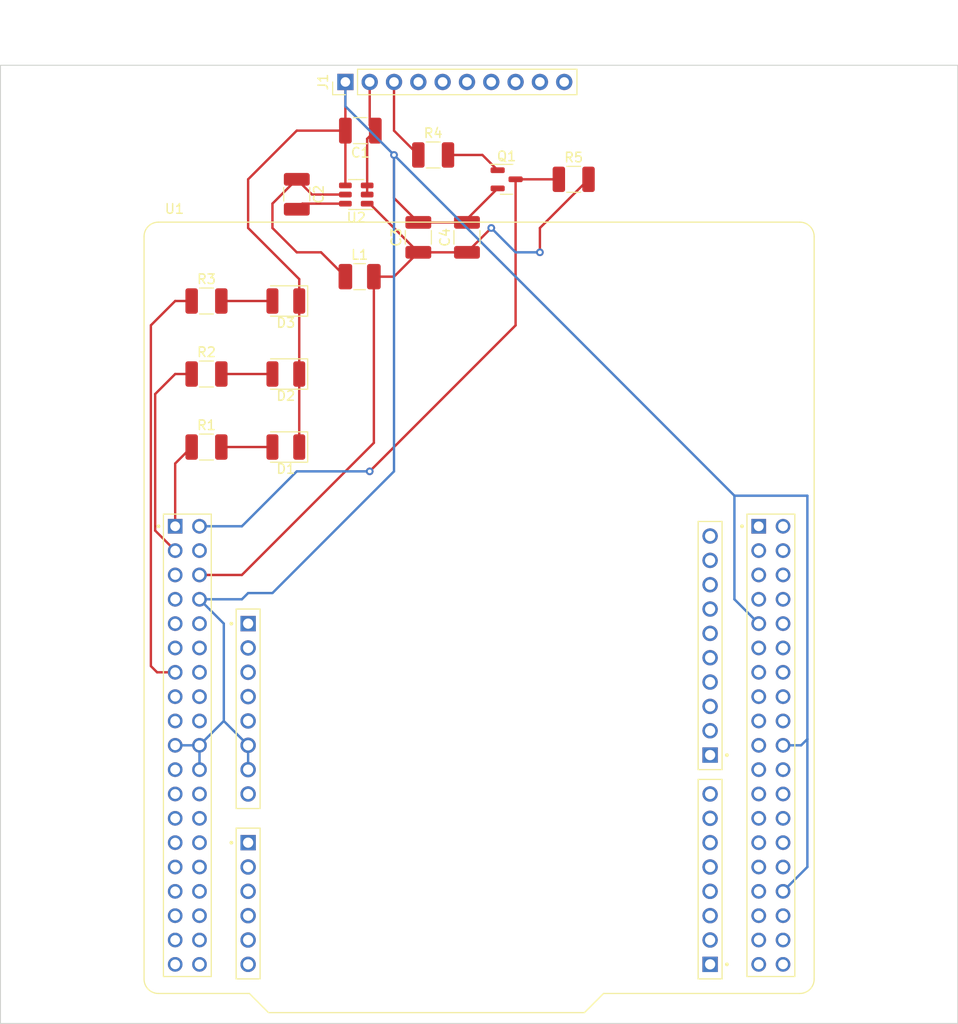
<source format=kicad_pcb>
(kicad_pcb (version 20221018) (generator pcbnew)
  (layers (0 "F.Cu" signal) (31 "B.Cu" signal) (34 "B.Paste" user) (35 "F.Paste" user) (36 "B.SilkS" user "B.Silkscreen") (37 "F.SilkS" user "F.Silkscreen") (38 "B.Mask" user) (39 "F.Mask" user) (44 "Edge.Cuts" user))
  (net 0 "")
  (net 1 "GND")
  (net 2 "Net-(D1-A)")
  (net 3 "Net-(D2-A)")
  (net 4 "Net-(D3-A)")
  (net 5 "Net-(Q1-G)")
  (net 6 "LED1")
  (net 7 "LED2")
  (net 8 "LED3")
  (net 95 "VATTEN1_GPIO")
  (net 96 "12V_IN")
  (net 97 "Net-(U2-SW)")
  (net 98 "Net-(U2-BST)")
  (net 99 "E5V")
  (net 100 "VATTEN1_INPUT(12V)")
  (footprint "Resistor_SMD:R_1210_3225Metric_Pad1.30x2.65mm_HandSolder" (layer "F.Cu") (at 84.55 68.58)
    (fp_text reference "R3" (at 0 -2.28) (layer "F.SilkS"))
    (fp_text value "R")
    (fp_line (start -0.723737 -1.355) (end 0.723737 -1.355) (stroke (width 0.12)) (layer "F.SilkS"))
    (fp_line (start -0.723737 1.355) (end 0.723737 1.355) (stroke (width 0.12)) (layer "F.SilkS"))
    (pad "1" smd roundrect (at -1.55 0) (size 1.3 2.65) (layers "F.Cu" "F.Paste" "F.Mask") (roundrect_rratio 0.192308) (net 8 "LED3"))
    (pad "2" smd roundrect (at 1.55 0) (size 1.3 2.65) (layers "F.Cu" "F.Paste" "F.Mask") (roundrect_rratio 0.192308) (net 4 "Net-(D3-A)"))
  )
  (footprint "Package_TO_SOT_SMD:TSOT-23-6" (layer "F.Cu") (at 100.1975 57.47 180)
    (fp_text reference "U2" (at 0 -2.4) (layer "F.SilkS"))
    (fp_text value "AP63205WU")
    (fp_line (start 0 -1.56) (end -1.8 -1.56) (stroke (width 0.12)) (layer "F.SilkS"))
    (fp_line (start 0 -1.56) (end 0.8 -1.56) (stroke (width 0.12)) (layer "F.SilkS"))
    (fp_line (start 0 1.56) (end -0.8 1.56) (stroke (width 0.12)) (layer "F.SilkS"))
    (fp_line (start 0 1.56) (end 0.8 1.56) (stroke (width 0.12)) (layer "F.SilkS"))
    (pad "1" smd roundrect (at -1.1375 -0.95 180) (size 1.325 0.6) (layers "F.Cu" "F.Paste" "F.Mask") (net 99 "E5V"))
    (pad "2" smd roundrect (at -1.1375 0 180) (size 1.325 0.6) (layers "F.Cu" "F.Paste" "F.Mask") (net 96 "12V_IN"))
    (pad "3" smd roundrect (at -1.1375 0.95 180) (size 1.325 0.6) (layers "F.Cu" "F.Paste" "F.Mask") (net 96 "12V_IN"))
    (pad "4" smd roundrect (at 1.1375 0.95 180) (size 1.325 0.6) (layers "F.Cu" "F.Paste" "F.Mask") (net 1 "GND"))
    (pad "5" smd roundrect (at 1.1375 0 180) (size 1.325 0.6) (layers "F.Cu" "F.Paste" "F.Mask") (net 97 "Net-(U2-SW)"))
    (pad "6" smd roundrect (at 1.1375 -0.95 180) (size 1.325 0.6) (layers "F.Cu" "F.Paste" "F.Mask") (net 98 "Net-(U2-BST)"))
  )
  (footprint "Connector_PinHeader_2.54mm:PinHeader_1x10_P2.54mm_Vertical" (layer "F.Cu") (at 99.06 45.72 90)
    (fp_text reference "J1" (at 0 -2.33 90) (layer "F.SilkS"))
    (fp_text value "Screw_Terminal_01x10")
    (fp_line (start -1.33 -1.33) (end 0 -1.33) (stroke (width 0.12)) (layer "F.SilkS"))
    (fp_line (start -1.33 0) (end -1.33 -1.33) (stroke (width 0.12)) (layer "F.SilkS"))
    (fp_line (start -1.33 1.27) (end -1.33 24.19) (stroke (width 0.12)) (layer "F.SilkS"))
    (fp_line (start -1.33 1.27) (end 1.33 1.27) (stroke (width 0.12)) (layer "F.SilkS"))
    (fp_line (start -1.33 24.19) (end 1.33 24.19) (stroke (width 0.12)) (layer "F.SilkS"))
    (fp_line (start 1.33 1.27) (end 1.33 24.19) (stroke (width 0.12)) (layer "F.SilkS"))
    (pad "1" thru_hole rect (at 0 0 90) (size 1.7 1.7) (drill 1) (layers "*.Cu" "*.Mask") (net 1 "GND"))
    (pad "2" thru_hole oval (at 0 2.54 90) (size 1.7 1.7) (drill 1) (layers "*.Cu" "*.Mask") (net 96 "12V_IN"))
    (pad "3" thru_hole oval (at 0 5.08 90) (size 1.7 1.7) (drill 1) (layers "*.Cu" "*.Mask") (net 100 "VATTEN1_INPUT(12V)"))
    (pad "4" thru_hole oval (at 0 7.62 90) (size 1.7 1.7) (drill 1) (layers "*.Cu" "*.Mask"))
    (pad "5" thru_hole oval (at 0 10.16 90) (size 1.7 1.7) (drill 1) (layers "*.Cu" "*.Mask"))
    (pad "6" thru_hole oval (at 0 12.7 90) (size 1.7 1.7) (drill 1) (layers "*.Cu" "*.Mask"))
    (pad "7" thru_hole oval (at 0 15.24 90) (size 1.7 1.7) (drill 1) (layers "*.Cu" "*.Mask"))
    (pad "8" thru_hole oval (at 0 17.78 90) (size 1.7 1.7) (drill 1) (layers "*.Cu" "*.Mask"))
    (pad "9" thru_hole oval (at 0 20.32 90) (size 1.7 1.7) (drill 1) (layers "*.Cu" "*.Mask"))
    (pad "10" thru_hole oval (at 0 22.86 90) (size 1.7 1.7) (drill 1) (layers "*.Cu" "*.Mask"))
  )
  (footprint "NUCLEO-F303RE:ST_NUCLEO-F303RE" (layer "F.Cu") (at 113.03 101.6)
    (fp_text reference "U1" (at -31.825 -42.635) (layer "F.SilkS"))
    (fp_text value "NUCLEO-F303RE")
    (fp_line (start -35 37.75) (end -35 -39.75) (stroke (width 0.127)) (layer "F.SilkS"))
    (fp_line (start -33.5 -41.25) (end 33.5 -41.25) (stroke (width 0.127)) (layer "F.SilkS"))
    (fp_line (start -32.98 -10.78) (end -32.98 37.48) (stroke (width 0.127)) (layer "F.SilkS"))
    (fp_line (start -32.98 37.48) (end -27.98 37.48) (stroke (width 0.127)) (layer "F.SilkS"))
    (fp_line (start -27.98 -10.78) (end -32.98 -10.78) (stroke (width 0.127)) (layer "F.SilkS"))
    (fp_line (start -27.98 37.48) (end -27.98 -10.78) (stroke (width 0.127)) (layer "F.SilkS"))
    (fp_line (start -25.38 -0.87) (end -25.38 19.95) (stroke (width 0.127)) (layer "F.SilkS"))
    (fp_line (start -25.38 19.95) (end -22.88 19.95) (stroke (width 0.127)) (layer "F.SilkS"))
    (fp_line (start -25.38 21.99) (end -25.38 37.73) (stroke (width 0.127)) (layer "F.SilkS"))
    (fp_line (start -25.38 37.73) (end -22.88 37.73) (stroke (width 0.127)) (layer "F.SilkS"))
    (fp_line (start -24 39.25) (end -33.5 39.25) (stroke (width 0.127)) (layer "F.SilkS"))
    (fp_line (start -22.88 -0.87) (end -25.38 -0.87) (stroke (width 0.127)) (layer "F.SilkS"))
    (fp_line (start -22.88 19.95) (end -22.88 -0.87) (stroke (width 0.127)) (layer "F.SilkS"))
    (fp_line (start -22.88 21.99) (end -25.38 21.99) (stroke (width 0.127)) (layer "F.SilkS"))
    (fp_line (start -22.88 37.73) (end -22.88 21.99) (stroke (width 0.127)) (layer "F.SilkS"))
    (fp_line (start -22 41.25) (end -24 39.25) (stroke (width 0.127)) (layer "F.SilkS"))
    (fp_line (start 11 41.25) (end -22 41.25) (stroke (width 0.127)) (layer "F.SilkS"))
    (fp_line (start 13 39.25) (end 11 41.25) (stroke (width 0.127)) (layer "F.SilkS"))
    (fp_line (start 22.88 -10.01) (end 22.88 15.89) (stroke (width 0.127)) (layer "F.SilkS"))
    (fp_line (start 22.88 15.89) (end 25.38 15.89) (stroke (width 0.127)) (layer "F.SilkS"))
    (fp_line (start 22.88 16.91) (end 22.88 37.73) (stroke (width 0.127)) (layer "F.SilkS"))
    (fp_line (start 22.88 37.73) (end 25.38 37.73) (stroke (width 0.127)) (layer "F.SilkS"))
    (fp_line (start 25.38 -10.01) (end 22.88 -10.01) (stroke (width 0.127)) (layer "F.SilkS"))
    (fp_line (start 25.38 15.89) (end 25.38 -10.01) (stroke (width 0.127)) (layer "F.SilkS"))
    (fp_line (start 25.38 16.91) (end 22.88 16.91) (stroke (width 0.127)) (layer "F.SilkS"))
    (fp_line (start 25.38 37.73) (end 25.38 16.91) (stroke (width 0.127)) (layer "F.SilkS"))
    (fp_line (start 27.98 -10.78) (end 27.98 37.48) (stroke (width 0.127)) (layer "F.SilkS"))
    (fp_line (start 27.98 37.48) (end 32.98 37.48) (stroke (width 0.127)) (layer "F.SilkS"))
    (fp_line (start 32.98 -10.78) (end 27.98 -10.78) (stroke (width 0.127)) (layer "F.SilkS"))
    (fp_line (start 32.98 37.48) (end 32.98 -10.78) (stroke (width 0.127)) (layer "F.SilkS"))
    (fp_line (start 33.5 39.25) (end 13 39.25) (stroke (width 0.127)) (layer "F.SilkS"))
    (fp_line (start 35 -39.75) (end 35 37.75) (stroke (width 0.127)) (layer "F.SilkS"))
    (fp_arc (start -35 -39.75) (mid -34.56066 -40.81066) (end -33.5 -41.25) (stroke (width 0.127)) (layer "F.SilkS"))
    (fp_arc (start -33.5 39.25) (mid -34.56066 38.81066) (end -35 37.75) (stroke (width 0.127)) (layer "F.SilkS"))
    (fp_arc (start 33.5 -41.25) (mid 34.56066 -40.81066) (end 35 -39.75) (stroke (width 0.127)) (layer "F.SilkS"))
    (fp_arc (start 35 37.75) (mid 34.56066 38.81066) (end 33.5 39.25) (stroke (width 0.127)) (layer "F.SilkS"))
    (fp_circle (center -33.5 -9.51) (end -33.4 -9.51) (stroke (width 0.2)) (fill none) (layer "F.SilkS"))
    (fp_circle (center -25.88 0.65) (end -25.78 0.65) (stroke (width 0.2)) (fill none) (layer "F.SilkS"))
    (fp_circle (center -25.88 23.51) (end -25.78 23.51) (stroke (width 0.2)) (fill none) (layer "F.SilkS"))
    (fp_circle (center 25.88 14.37) (end 25.98 14.37) (stroke (width 0.2)) (fill none) (layer "F.SilkS"))
    (fp_circle (center 25.88 36.21) (end 25.98 36.21) (stroke (width 0.2)) (fill none) (layer "F.SilkS"))
    (fp_circle (center 27.46 -9.51) (end 27.56 -9.51) (stroke (width 0.2)) (fill none) (layer "F.SilkS"))
    (pad "" np_thru_hole circle locked (at -24.13 -13.32) (size 3 3) (drill 3) (layers "*.Cu" "*.Mask"))
    (pad "" np_thru_hole circle locked (at 8.89 38.75) (size 3 3) (drill 3) (layers "*.Cu" "*.Mask"))
    (pad "" np_thru_hole circle locked (at 24.13 -12.05) (size 3 3) (drill 3) (layers "*.Cu" "*.Mask"))
    (pad "CN5_1" thru_hole rect locked (at 24.13 14.37) (size 1.605 1.605) (drill 1.07) (layers "*.Cu" "*.Mask"))
    (pad "CN5_2" thru_hole circle locked (at 24.13 11.83) (size 1.605 1.605) (drill 1.07) (layers "*.Cu" "*.Mask"))
    (pad "CN5_3" thru_hole circle locked (at 24.13 9.29) (size 1.605 1.605) (drill 1.07) (layers "*.Cu" "*.Mask"))
    (pad "CN5_4" thru_hole circle locked (at 24.13 6.75) (size 1.605 1.605) (drill 1.07) (layers "*.Cu" "*.Mask"))
    (pad "CN5_5" thru_hole circle locked (at 24.13 4.21) (size 1.605 1.605) (drill 1.07) (layers "*.Cu" "*.Mask"))
    (pad "CN5_6" thru_hole circle locked (at 24.13 1.67) (size 1.605 1.605) (drill 1.07) (layers "*.Cu" "*.Mask"))
    (pad "CN5_7" thru_hole circle locked (at 24.13 -0.87) (size 1.605 1.605) (drill 1.07) (layers "*.Cu" "*.Mask"))
    (pad "CN5_8" thru_hole circle locked (at 24.13 -3.41) (size 1.605 1.605) (drill 1.07) (layers "*.Cu" "*.Mask"))
    (pad "CN5_9" thru_hole circle locked (at 24.13 -5.95) (size 1.605 1.605) (drill 1.07) (layers "*.Cu" "*.Mask"))
    (pad "CN5_10" thru_hole circle locked (at 24.13 -8.49) (size 1.605 1.605) (drill 1.07) (layers "*.Cu" "*.Mask"))
    (pad "CN6_1" thru_hole rect locked (at -24.13 0.65) (size 1.605 1.605) (drill 1.07) (layers "*.Cu" "*.Mask"))
    (pad "CN6_2" thru_hole circle locked (at -24.13 3.19) (size 1.605 1.605) (drill 1.07) (layers "*.Cu" "*.Mask"))
    (pad "CN6_3" thru_hole circle locked (at -24.13 5.73) (size 1.605 1.605) (drill 1.07) (layers "*.Cu" "*.Mask"))
    (pad "CN6_4" thru_hole circle locked (at -24.13 8.27) (size 1.605 1.605) (drill 1.07) (layers "*.Cu" "*.Mask"))
    (pad "CN6_5" thru_hole circle locked (at -24.13 10.81) (size 1.605 1.605) (drill 1.07) (layers "*.Cu" "*.Mask"))
    (pad "CN6_6" thru_hole circle locked (at -24.13 13.35) (size 1.605 1.605) (drill 1.07) (layers "*.Cu" "*.Mask") (net 1 "GND"))
    (pad "CN6_7" thru_hole circle locked (at -24.13 15.89) (size 1.605 1.605) (drill 1.07) (layers "*.Cu" "*.Mask") (net 1 "GND"))
    (pad "CN6_8" thru_hole circle locked (at -24.13 18.43) (size 1.605 1.605) (drill 1.07) (layers "*.Cu" "*.Mask"))
    (pad "CN7_1" thru_hole rect locked (at -31.75 -9.51) (size 1.53 1.53) (drill 1.02) (layers "*.Cu" "*.Mask") (net 6 "LED1"))
    (pad "CN7_2" thru_hole circle locked (at -29.21 -9.51) (size 1.53 1.53) (drill 1.02) (layers "*.Cu" "*.Mask") (net 95 "VATTEN1_GPIO"))
    (pad "CN7_3" thru_hole circle locked (at -31.75 -6.97) (size 1.53 1.53) (drill 1.02) (layers "*.Cu" "*.Mask") (net 7 "LED2"))
    (pad "CN7_4" thru_hole circle locked (at -29.21 -6.97) (size 1.53 1.53) (drill 1.02) (layers "*.Cu" "*.Mask"))
    (pad "CN7_5" thru_hole circle locked (at -31.75 -4.43) (size 1.53 1.53) (drill 1.02) (layers "*.Cu" "*.Mask"))
    (pad "CN7_6" thru_hole circle locked (at -29.21 -4.43) (size 1.53 1.53) (drill 1.02) (layers "*.Cu" "*.Mask") (net 99 "E5V"))
    (pad "CN7_7" thru_hole circle locked (at -31.75 -1.89) (size 1.53 1.53) (drill 1.02) (layers "*.Cu" "*.Mask"))
    (pad "CN7_8" thru_hole circle locked (at -29.21 -1.89) (size 1.53 1.53) (drill 1.02) (layers "*.Cu" "*.Mask") (net 1 "GND"))
    (pad "CN7_9" thru_hole circle locked (at -31.75 0.65) (size 1.53 1.53) (drill 1.02) (layers "*.Cu" "*.Mask"))
    (pad "CN7_10" thru_hole circle locked (at -29.21 0.65) (size 1.53 1.53) (drill 1.02) (layers "*.Cu" "*.Mask"))
    (pad "CN7_11" thru_hole circle locked (at -31.75 3.19) (size 1.53 1.53) (drill 1.02) (layers "*.Cu" "*.Mask"))
    (pad "CN7_12" thru_hole circle locked (at -29.21 3.19) (size 1.53 1.53) (drill 1.02) (layers "*.Cu" "*.Mask"))
    (pad "CN7_13" thru_hole circle locked (at -31.75 5.73) (size 1.53 1.53) (drill 1.02) (layers "*.Cu" "*.Mask") (net 8 "LED3"))
    (pad "CN7_14" thru_hole circle locked (at -29.21 5.73) (size 1.53 1.53) (drill 1.02) (layers "*.Cu" "*.Mask"))
    (pad "CN7_15" thru_hole circle locked (at -31.75 8.27) (size 1.53 1.53) (drill 1.02) (layers "*.Cu" "*.Mask"))
    (pad "CN7_16" thru_hole circle locked (at -29.21 8.27) (size 1.53 1.53) (drill 1.02) (layers "*.Cu" "*.Mask"))
    (pad "CN7_17" thru_hole circle locked (at -31.75 10.81) (size 1.53 1.53) (drill 1.02) (layers "*.Cu" "*.Mask"))
    (pad "CN7_18" thru_hole circle locked (at -29.21 10.81) (size 1.53 1.53) (drill 1.02) (layers "*.Cu" "*.Mask"))
    (pad "CN7_19" thru_hole circle locked (at -31.75 13.35) (size 1.53 1.53) (drill 1.02) (layers "*.Cu" "*.Mask") (net 1 "GND"))
    (pad "CN7_20" thru_hole circle locked (at -29.21 13.35) (size 1.53 1.53) (drill 1.02) (layers "*.Cu" "*.Mask") (net 1 "GND"))
    (pad "CN7_21" thru_hole circle locked (at -31.75 15.89) (size 1.53 1.53) (drill 1.02) (layers "*.Cu" "*.Mask"))
    (pad "CN7_22" thru_hole circle locked (at -29.21 15.89) (size 1.53 1.53) (drill 1.02) (layers "*.Cu" "*.Mask") (net 1 "GND"))
    (pad "CN7_23" thru_hole circle locked (at -31.75 18.43) (size 1.53 1.53) (drill 1.02) (layers "*.Cu" "*.Mask"))
    (pad "CN7_24" thru_hole circle locked (at -29.21 18.43) (size 1.53 1.53) (drill 1.02) (layers "*.Cu" "*.Mask"))
    (pad "CN7_25" thru_hole circle locked (at -31.75 20.97) (size 1.53 1.53) (drill 1.02) (layers "*.Cu" "*.Mask"))
    (pad "CN7_26" thru_hole circle locked (at -29.21 20.97) (size 1.53 1.53) (drill 1.02) (layers "*.Cu" "*.Mask"))
    (pad "CN7_27" thru_hole circle locked (at -31.75 23.51) (size 1.53 1.53) (drill 1.02) (layers "*.Cu" "*.Mask"))
    (pad "CN7_28" thru_hole circle locked (at -29.21 23.51) (size 1.53 1.53) (drill 1.02) (layers "*.Cu" "*.Mask"))
    (pad "CN7_29" thru_hole circle locked (at -31.75 26.05) (size 1.53 1.53) (drill 1.02) (layers "*.Cu" "*.Mask"))
    (pad "CN7_30" thru_hole circle locked (at -29.21 26.05) (size 1.53 1.53) (drill 1.02) (layers "*.Cu" "*.Mask"))
    (pad "CN7_31" thru_hole circle locked (at -31.75 28.59) (size 1.53 1.53) (drill 1.02) (layers "*.Cu" "*.Mask"))
    (pad "CN7_32" thru_hole circle locked (at -29.21 28.59) (size 1.53 1.53) (drill 1.02) (layers "*.Cu" "*.Mask"))
    (pad "CN7_33" thru_hole circle locked (at -31.75 31.13) (size 1.53 1.53) (drill 1.02) (layers "*.Cu" "*.Mask"))
    (pad "CN7_34" thru_hole circle locked (at -29.21 31.13) (size 1.53 1.53) (drill 1.02) (layers "*.Cu" "*.Mask"))
    (pad "CN7_35" thru_hole circle locked (at -31.75 33.67) (size 1.53 1.53) (drill 1.02) (layers "*.Cu" "*.Mask"))
    (pad "CN7_36" thru_hole circle locked (at -29.21 33.67) (size 1.53 1.53) (drill 1.02) (layers "*.Cu" "*.Mask"))
    (pad "CN7_37" thru_hole circle locked (at -31.75 36.21) (size 1.53 1.53) (drill 1.02) (layers "*.Cu" "*.Mask"))
    (pad "CN7_38" thru_hole circle locked (at -29.21 36.21) (size 1.53 1.53) (drill 1.02) (layers "*.Cu" "*.Mask"))
    (pad "CN8_1" thru_hole rect locked (at -24.13 23.51) (size 1.605 1.605) (drill 1.07) (layers "*.Cu" "*.Mask"))
    (pad "CN8_2" thru_hole circle locked (at -24.13 26.05) (size 1.605 1.605) (drill 1.07) (layers "*.Cu" "*.Mask"))
    (pad "CN8_3" thru_hole circle locked (at -24.13 28.59) (size 1.605 1.605) (drill 1.07) (layers "*.Cu" "*.Mask"))
    (pad "CN8_4" thru_hole circle locked (at -24.13 31.13) (size 1.605 1.605) (drill 1.07) (layers "*.Cu" "*.Mask"))
    (pad "CN8_5" thru_hole circle locked (at -24.13 33.67) (size 1.605 1.605) (drill 1.07) (layers "*.Cu" "*.Mask"))
    (pad "CN8_6" thru_hole circle locked (at -24.13 36.21) (size 1.605 1.605) (drill 1.07) (layers "*.Cu" "*.Mask"))
    (pad "CN9_1" thru_hole rect locked (at 24.13 36.21) (size 1.605 1.605) (drill 1.07) (layers "*.Cu" "*.Mask"))
    (pad "CN9_2" thru_hole circle locked (at 24.13 33.67) (size 1.605 1.605) (drill 1.07) (layers "*.Cu" "*.Mask"))
    (pad "CN9_3" thru_hole circle locked (at 24.13 31.13) (size 1.605 1.605) (drill 1.07) (layers "*.Cu" "*.Mask"))
    (pad "CN9_4" thru_hole circle locked (at 24.13 28.59) (size 1.605 1.605) (drill 1.07) (layers "*.Cu" "*.Mask"))
    (pad "CN9_5" thru_hole circle locked (at 24.13 26.05) (size 1.605 1.605) (drill 1.07) (layers "*.Cu" "*.Mask"))
    (pad "CN9_6" thru_hole circle locked (at 24.13 23.51) (size 1.605 1.605) (drill 1.07) (layers "*.Cu" "*.Mask"))
    (pad "CN9_7" thru_hole circle locked (at 24.13 20.97) (size 1.605 1.605) (drill 1.07) (layers "*.Cu" "*.Mask"))
    (pad "CN9_8" thru_hole circle locked (at 24.13 18.43) (size 1.605 1.605) (drill 1.07) (layers "*.Cu" "*.Mask"))
    (pad "CN10_1" thru_hole rect locked (at 29.21 -9.51) (size 1.53 1.53) (drill 1.02) (layers "*.Cu" "*.Mask"))
    (pad "CN10_2" thru_hole circle locked (at 31.75 -9.51) (size 1.53 1.53) (drill 1.02) (layers "*.Cu" "*.Mask"))
    (pad "CN10_3" thru_hole circle locked (at 29.21 -6.97) (size 1.53 1.53) (drill 1.02) (layers "*.Cu" "*.Mask"))
    (pad "CN10_4" thru_hole circle locked (at 31.75 -6.97) (size 1.53 1.53) (drill 1.02) (layers "*.Cu" "*.Mask"))
    (pad "CN10_5" thru_hole circle locked (at 29.21 -4.43) (size 1.53 1.53) (drill 1.02) (layers "*.Cu" "*.Mask"))
    (pad "CN10_6" thru_hole circle locked (at 31.75 -4.43) (size 1.53 1.53) (drill 1.02) (layers "*.Cu" "*.Mask"))
    (pad "CN10_7" thru_hole circle locked (at 29.21 -1.89) (size 1.53 1.53) (drill 1.02) (layers "*.Cu" "*.Mask"))
    (pad "CN10_8" thru_hole circle locked (at 31.75 -1.89) (size 1.53 1.53) (drill 1.02) (layers "*.Cu" "*.Mask"))
    (pad "CN10_9" thru_hole circle locked (at 29.21 0.65) (size 1.53 1.53) (drill 1.02) (layers "*.Cu" "*.Mask") (net 1 "GND"))
    (pad "CN10_10" thru_hole circle locked (at 31.75 0.65) (size 1.53 1.53) (drill 1.02) (layers "*.Cu" "*.Mask"))
    (pad "CN10_11" thru_hole circle locked (at 29.21 3.19) (size 1.53 1.53) (drill 1.02) (layers "*.Cu" "*.Mask"))
    (pad "CN10_12" thru_hole circle locked (at 31.75 3.19) (size 1.53 1.53) (drill 1.02) (layers "*.Cu" "*.Mask"))
    (pad "CN10_13" thru_hole circle locked (at 29.21 5.73) (size 1.53 1.53) (drill 1.02) (layers "*.Cu" "*.Mask"))
    (pad "CN10_14" thru_hole circle locked (at 31.75 5.73) (size 1.53 1.53) (drill 1.02) (layers "*.Cu" "*.Mask"))
    (pad "CN10_15" thru_hole circle locked (at 29.21 8.27) (size 1.53 1.53) (drill 1.02) (layers "*.Cu" "*.Mask"))
    (pad "CN10_16" thru_hole circle locked (at 31.75 8.27) (size 1.53 1.53) (drill 1.02) (layers "*.Cu" "*.Mask"))
    (pad "CN10_17" thru_hole circle locked (at 29.21 10.81) (size 1.53 1.53) (drill 1.02) (layers "*.Cu" "*.Mask"))
    (pad "CN10_18" thru_hole circle locked (at 31.75 10.81) (size 1.53 1.53) (drill 1.02) (layers "*.Cu" "*.Mask"))
    (pad "CN10_19" thru_hole circle locked (at 29.21 13.35) (size 1.53 1.53) (drill 1.02) (layers "*.Cu" "*.Mask"))
    (pad "CN10_20" thru_hole circle locked (at 31.75 13.35) (size 1.53 1.53) (drill 1.02) (layers "*.Cu" "*.Mask") (net 1 "GND"))
    (pad "CN10_21" thru_hole circle locked (at 29.21 15.89) (size 1.53 1.53) (drill 1.02) (layers "*.Cu" "*.Mask"))
    (pad "CN10_22" thru_hole circle locked (at 31.75 15.89) (size 1.53 1.53) (drill 1.02) (layers "*.Cu" "*.Mask"))
    (pad "CN10_23" thru_hole circle locked (at 29.21 18.43) (size 1.53 1.53) (drill 1.02) (layers "*.Cu" "*.Mask"))
    (pad "CN10_24" thru_hole circle locked (at 31.75 18.43) (size 1.53 1.53) (drill 1.02) (layers "*.Cu" "*.Mask"))
    (pad "CN10_25" thru_hole circle locked (at 29.21 20.97) (size 1.53 1.53) (drill 1.02) (layers "*.Cu" "*.Mask"))
    (pad "CN10_26" thru_hole circle locked (at 31.75 20.97) (size 1.53 1.53) (drill 1.02) (layers "*.Cu" "*.Mask"))
    (pad "CN10_27" thru_hole circle locked (at 29.21 23.51) (size 1.53 1.53) (drill 1.02) (layers "*.Cu" "*.Mask"))
    (pad "CN10_28" thru_hole circle locked (at 31.75 23.51) (size 1.53 1.53) (drill 1.02) (layers "*.Cu" "*.Mask"))
    (pad "CN10_29" thru_hole circle locked (at 29.21 26.05) (size 1.53 1.53) (drill 1.02) (layers "*.Cu" "*.Mask"))
    (pad "CN10_30" thru_hole circle locked (at 31.75 26.05) (size 1.53 1.53) (drill 1.02) (layers "*.Cu" "*.Mask"))
    (pad "CN10_31" thru_hole circle locked (at 29.21 28.59) (size 1.53 1.53) (drill 1.02) (layers "*.Cu" "*.Mask"))
    (pad "CN10_32" thru_hole circle locked (at 31.75 28.59) (size 1.53 1.53) (drill 1.02) (layers "*.Cu" "*.Mask") (net 1 "GND"))
    (pad "CN10_33" thru_hole circle locked (at 29.21 31.13) (size 1.53 1.53) (drill 1.02) (layers "*.Cu" "*.Mask"))
    (pad "CN10_34" thru_hole circle locked (at 31.75 31.13) (size 1.53 1.53) (drill 1.02) (layers "*.Cu" "*.Mask"))
    (pad "CN10_35" thru_hole circle locked (at 29.21 33.67) (size 1.53 1.53) (drill 1.02) (layers "*.Cu" "*.Mask"))
    (pad "CN10_36" thru_hole circle locked (at 31.75 33.67) (size 1.53 1.53) (drill 1.02) (layers "*.Cu" "*.Mask"))
    (pad "CN10_37" thru_hole circle locked (at 29.21 36.21) (size 1.53 1.53) (drill 1.02) (layers "*.Cu" "*.Mask"))
    (pad "CN10_38" thru_hole circle locked (at 31.75 36.21) (size 1.53 1.53) (drill 1.02) (layers "*.Cu" "*.Mask"))
  )
  (footprint "Resistor_SMD:R_1210_3225Metric_Pad1.30x2.65mm_HandSolder" (layer "F.Cu") (at 122.91 55.88)
    (fp_text reference "R5" (at 0 -2.28) (layer "F.SilkS"))
    (fp_text value "R")
    (fp_line (start -0.723737 -1.355) (end 0.723737 -1.355) (stroke (width 0.12)) (layer "F.SilkS"))
    (fp_line (start -0.723737 1.355) (end 0.723737 1.355) (stroke (width 0.12)) (layer "F.SilkS"))
    (pad "1" smd roundrect (at -1.55 0) (size 1.3 2.65) (layers "F.Cu" "F.Paste" "F.Mask") (roundrect_rratio 0.192308) (net 95 "VATTEN1_GPIO"))
    (pad "2" smd roundrect (at 1.55 0) (size 1.3 2.65) (layers "F.Cu" "F.Paste" "F.Mask") (roundrect_rratio 0.192308) (net 99 "E5V"))
  )
  (footprint "Resistor_SMD:R_1210_3225Metric_Pad1.30x2.65mm_HandSolder" (layer "F.Cu") (at 84.55 76.2)
    (fp_text reference "R2" (at 0 -2.28) (layer "F.SilkS"))
    (fp_text value "R")
    (fp_line (start -0.723737 -1.355) (end 0.723737 -1.355) (stroke (width 0.12)) (layer "F.SilkS"))
    (fp_line (start -0.723737 1.355) (end 0.723737 1.355) (stroke (width 0.12)) (layer "F.SilkS"))
    (pad "1" smd roundrect (at -1.55 0) (size 1.3 2.65) (layers "F.Cu" "F.Paste" "F.Mask") (roundrect_rratio 0.192308) (net 7 "LED2"))
    (pad "2" smd roundrect (at 1.55 0) (size 1.3 2.65) (layers "F.Cu" "F.Paste" "F.Mask") (roundrect_rratio 0.192308) (net 3 "Net-(D2-A)"))
  )
  (footprint "Capacitor_SMD:C_1210_3225Metric_Pad1.33x2.70mm_HandSolder" (layer "F.Cu") (at 111.76 61.9375 90)
    (fp_text reference "C4" (at 0 -2.3 90) (layer "F.SilkS"))
    (fp_text value "22uF")
    (fp_line (start -0.711252 -1.36) (end 0.711252 -1.36) (stroke (width 0.12)) (layer "F.SilkS"))
    (fp_line (start -0.711252 1.36) (end 0.711252 1.36) (stroke (width 0.12)) (layer "F.SilkS"))
    (pad "1" smd roundrect (at -1.5625 0 90) (size 1.325 2.7) (layers "F.Cu" "F.Paste" "F.Mask") (roundrect_rratio 0.188679) (net 99 "E5V"))
    (pad "2" smd roundrect (at 1.5625 0 90) (size 1.325 2.7) (layers "F.Cu" "F.Paste" "F.Mask") (roundrect_rratio 0.188679) (net 1 "GND"))
  )
  (footprint "Resistor_SMD:R_1210_3225Metric_Pad1.30x2.65mm_HandSolder" (layer "F.Cu") (at 84.55 83.82)
    (fp_text reference "R1" (at 0 -2.28) (layer "F.SilkS"))
    (fp_text value "R")
    (fp_line (start -0.723737 -1.355) (end 0.723737 -1.355) (stroke (width 0.12)) (layer "F.SilkS"))
    (fp_line (start -0.723737 1.355) (end 0.723737 1.355) (stroke (width 0.12)) (layer "F.SilkS"))
    (pad "1" smd roundrect (at -1.55 0) (size 1.3 2.65) (layers "F.Cu" "F.Paste" "F.Mask") (roundrect_rratio 0.192308) (net 6 "LED1"))
    (pad "2" smd roundrect (at 1.55 0) (size 1.3 2.65) (layers "F.Cu" "F.Paste" "F.Mask") (roundrect_rratio 0.192308) (net 2 "Net-(D1-A)"))
  )
  (footprint "Package_TO_SOT_SMD:SOT-23" (layer "F.Cu") (at 115.9025 55.88)
    (fp_text reference "Q1" (at 0 -2.4) (layer "F.SilkS"))
    (fp_text value "BSS138")
    (fp_line (start 0 -1.56) (end -1.675 -1.56) (stroke (width 0.12)) (layer "F.SilkS"))
    (fp_line (start 0 -1.56) (end 0.65 -1.56) (stroke (width 0.12)) (layer "F.SilkS"))
    (fp_line (start 0 1.56) (end -0.65 1.56) (stroke (width 0.12)) (layer "F.SilkS"))
    (fp_line (start 0 1.56) (end 0.65 1.56) (stroke (width 0.12)) (layer "F.SilkS"))
    (pad "1" smd roundrect (at -0.9375 -0.95) (size 1.475 0.6) (layers "F.Cu" "F.Paste" "F.Mask") (net 5 "Net-(Q1-G)"))
    (pad "2" smd roundrect (at -0.9375 0.95) (size 1.475 0.6) (layers "F.Cu" "F.Paste" "F.Mask") (net 1 "GND"))
    (pad "3" smd roundrect (at 0.9375 0) (size 1.475 0.6) (layers "F.Cu" "F.Paste" "F.Mask") (net 95 "VATTEN1_GPIO"))
  )
  (footprint "LED_SMD:LED_1210_3225Metric" (layer "F.Cu") (at 92.84 76.2 180)
    (fp_text reference "D2" (at 0 -2.28) (layer "F.SilkS"))
    (fp_text value "LED")
    (fp_line (start -2.285 -1.585) (end -2.285 1.585) (stroke (width 0.12)) (layer "F.SilkS"))
    (fp_line (start -2.285 1.585) (end 1.6 1.585) (stroke (width 0.12)) (layer "F.SilkS"))
    (fp_line (start 1.6 -1.585) (end -2.285 -1.585) (stroke (width 0.12)) (layer "F.SilkS"))
    (pad "1" smd roundrect (at -1.4 0 180) (size 1.25 2.65) (layers "F.Cu" "F.Paste" "F.Mask") (roundrect_rratio 0.2) (net 1 "GND"))
    (pad "2" smd roundrect (at 1.4 0 180) (size 1.25 2.65) (layers "F.Cu" "F.Paste" "F.Mask") (roundrect_rratio 0.2) (net 3 "Net-(D2-A)"))
  )
  (footprint "Capacitor_SMD:C_1210_3225Metric_Pad1.33x2.70mm_HandSolder" (layer "F.Cu") (at 93.98 57.4425 -90)
    (fp_text reference "C2" (at 0 -2.3 90) (layer "F.SilkS"))
    (fp_text value "100nF")
    (fp_line (start -0.711252 -1.36) (end 0.711252 -1.36) (stroke (width 0.12)) (layer "F.SilkS"))
    (fp_line (start -0.711252 1.36) (end 0.711252 1.36) (stroke (width 0.12)) (layer "F.SilkS"))
    (pad "1" smd roundrect (at -1.5625 0 270) (size 1.325 2.7) (layers "F.Cu" "F.Paste" "F.Mask") (roundrect_rratio 0.188679) (net 97 "Net-(U2-SW)"))
    (pad "2" smd roundrect (at 1.5625 0 270) (size 1.325 2.7) (layers "F.Cu" "F.Paste" "F.Mask") (roundrect_rratio 0.188679) (net 98 "Net-(U2-BST)"))
  )
  (footprint "LED_SMD:LED_1210_3225Metric" (layer "F.Cu") (at 92.84 68.58 180)
    (fp_text reference "D3" (at 0 -2.28) (layer "F.SilkS"))
    (fp_text value "LED")
    (fp_line (start -2.285 -1.585) (end -2.285 1.585) (stroke (width 0.12)) (layer "F.SilkS"))
    (fp_line (start -2.285 1.585) (end 1.6 1.585) (stroke (width 0.12)) (layer "F.SilkS"))
    (fp_line (start 1.6 -1.585) (end -2.285 -1.585) (stroke (width 0.12)) (layer "F.SilkS"))
    (pad "1" smd roundrect (at -1.4 0 180) (size 1.25 2.65) (layers "F.Cu" "F.Paste" "F.Mask") (roundrect_rratio 0.2) (net 1 "GND"))
    (pad "2" smd roundrect (at 1.4 0 180) (size 1.25 2.65) (layers "F.Cu" "F.Paste" "F.Mask") (roundrect_rratio 0.2) (net 4 "Net-(D3-A)"))
  )
  (footprint "LED_SMD:LED_1210_3225Metric" (layer "F.Cu") (at 92.84 83.82 180)
    (fp_text reference "D1" (at 0 -2.28) (layer "F.SilkS"))
    (fp_text value "LED")
    (fp_line (start -2.285 -1.585) (end -2.285 1.585) (stroke (width 0.12)) (layer "F.SilkS"))
    (fp_line (start -2.285 1.585) (end 1.6 1.585) (stroke (width 0.12)) (layer "F.SilkS"))
    (fp_line (start 1.6 -1.585) (end -2.285 -1.585) (stroke (width 0.12)) (layer "F.SilkS"))
    (pad "1" smd roundrect (at -1.4 0 180) (size 1.25 2.65) (layers "F.Cu" "F.Paste" "F.Mask") (roundrect_rratio 0.2) (net 1 "GND"))
    (pad "2" smd roundrect (at 1.4 0 180) (size 1.25 2.65) (layers "F.Cu" "F.Paste" "F.Mask") (roundrect_rratio 0.2) (net 2 "Net-(D1-A)"))
  )
  (footprint "Resistor_SMD:R_1210_3225Metric_Pad1.30x2.65mm_HandSolder" (layer "F.Cu") (at 108.23 53.34)
    (fp_text reference "R4" (at 0 -2.28) (layer "F.SilkS"))
    (fp_text value "R")
    (fp_line (start -0.723737 -1.355) (end 0.723737 -1.355) (stroke (width 0.12)) (layer "F.SilkS"))
    (fp_line (start -0.723737 1.355) (end 0.723737 1.355) (stroke (width 0.12)) (layer "F.SilkS"))
    (pad "1" smd roundrect (at -1.55 0) (size 1.3 2.65) (layers "F.Cu" "F.Paste" "F.Mask") (roundrect_rratio 0.192308) (net 100 "VATTEN1_INPUT(12V)"))
    (pad "2" smd roundrect (at 1.55 0) (size 1.3 2.65) (layers "F.Cu" "F.Paste" "F.Mask") (roundrect_rratio 0.192308) (net 5 "Net-(Q1-G)"))
  )
  (footprint "Capacitor_SMD:C_1210_3225Metric_Pad1.33x2.70mm_HandSolder" (layer "F.Cu") (at 100.6225 50.8 180)
    (fp_text reference "C1" (at 0 -2.3) (layer "F.SilkS"))
    (fp_text value "10uF")
    (fp_line (start -0.711252 -1.36) (end 0.711252 -1.36) (stroke (width 0.12)) (layer "F.SilkS"))
    (fp_line (start -0.711252 1.36) (end 0.711252 1.36) (stroke (width 0.12)) (layer "F.SilkS"))
    (pad "1" smd roundrect (at -1.5625 0 180) (size 1.325 2.7) (layers "F.Cu" "F.Paste" "F.Mask") (roundrect_rratio 0.188679) (net 96 "12V_IN"))
    (pad "2" smd roundrect (at 1.5625 0 180) (size 1.325 2.7) (layers "F.Cu" "F.Paste" "F.Mask") (roundrect_rratio 0.188679) (net 1 "GND"))
  )
  (footprint "Inductor_SMD:L_1210_3225Metric_Pad1.42x2.65mm_HandSolder" (layer "F.Cu") (at 100.5475 66.04)
    (fp_text reference "L1" (at 0 -2.28) (layer "F.SilkS"))
    (fp_text value "L")
    (fp_line (start -0.602064 -1.36) (end 0.602064 -1.36) (stroke (width 0.12)) (layer "F.SilkS"))
    (fp_line (start -0.602064 1.36) (end 0.602064 1.36) (stroke (width 0.12)) (layer "F.SilkS"))
    (pad "1" smd roundrect (at -1.4875 0) (size 1.425 2.65) (layers "F.Cu" "F.Paste" "F.Mask") (roundrect_rratio 0.175439) (net 97 "Net-(U2-SW)"))
    (pad "2" smd roundrect (at 1.4875 0) (size 1.425 2.65) (layers "F.Cu" "F.Paste" "F.Mask") (roundrect_rratio 0.175439) (net 99 "E5V"))
  )
  (footprint "Capacitor_SMD:C_1210_3225Metric_Pad1.33x2.70mm_HandSolder" (layer "F.Cu") (at 106.68 61.9375 90)
    (fp_text reference "C3" (at 0 -2.3 90) (layer "F.SilkS"))
    (fp_text value "22uF")
    (fp_line (start -0.711252 -1.36) (end 0.711252 -1.36) (stroke (width 0.12)) (layer "F.SilkS"))
    (fp_line (start -0.711252 1.36) (end 0.711252 1.36) (stroke (width 0.12)) (layer "F.SilkS"))
    (pad "1" smd roundrect (at -1.5625 0 90) (size 1.325 2.7) (layers "F.Cu" "F.Paste" "F.Mask") (roundrect_rratio 0.188679) (net 99 "E5V"))
    (pad "2" smd roundrect (at 1.5625 0 90) (size 1.325 2.7) (layers "F.Cu" "F.Paste" "F.Mask") (roundrect_rratio 0.188679) (net 1 "GND"))
  )
  (gr_rect locked (start 63.03 43.98) (end 163.03 143.98) (stroke (width 0.1)) (fill none) (layer "Edge.Cuts"))
  (segment (start 94.24 68.58) (end 94.24 66.3) (width 0.25) (layer "F.Cu") (net 1))
  (segment (start 99.06 50.8) (end 99.06 56.52) (width 0.25) (layer "F.Cu") (net 1))
  (segment (start 104.14 57.835) (end 104.14 53.34) (width 0.25) (layer "F.Cu") (net 1))
  (segment (start 94.24 83.82) (end 94.24 76.2) (width 0.25) (layer "F.Cu") (net 1))
  (segment (start 99.06 50.8) (end 99.06 45.72) (width 0.25) (layer "F.Cu") (net 1))
  (segment (start 106.68 60.375) (end 111.76 60.375) (width 0.25) (layer "F.Cu") (net 1))
  (segment (start 111.76 60.375) (end 111.76 60.035) (width 0.25) (layer "F.Cu") (net 1))
  (segment (start 88.9 60.96) (end 88.9 55.88) (width 0.25) (layer "F.Cu") (net 1))
  (segment (start 93.98 50.8) (end 99.06 50.8) (width 0.25) (layer "F.Cu") (net 1))
  (segment (start 88.9 55.88) (end 93.98 50.8) (width 0.25) (layer "F.Cu") (net 1))
  (segment (start 94.24 66.3) (end 88.9 60.96) (width 0.25) (layer "F.Cu") (net 1))
  (segment (start 106.68 60.375) (end 104.14 57.835) (width 0.25) (layer "F.Cu") (net 1))
  (segment (start 111.76 60.035) (end 114.965 56.83) (width 0.25) (layer "F.Cu") (net 1))
  (segment (start 94.24 76.2) (end 94.24 68.58) (width 0.25) (layer "F.Cu") (net 1))
  (via (at 104.14 53.34) (size 0.8) (drill 0.4) (layers "F.Cu" "B.Cu") (net 1))
  (segment (start 99.06 48.26) (end 99.06 45.72) (width 0.25) (layer "B.Cu") (net 1))
  (segment (start 83.82 114.95) (end 81.28 114.95) (width 0.25) (layer "B.Cu") (net 1))
  (segment (start 147.32 88.9) (end 139.7 88.9) (width 0.25) (layer "B.Cu") (net 1))
  (segment (start 88.9 114.95) (end 86.36 112.41) (width 0.25) (layer "B.Cu") (net 1))
  (segment (start 83.82 99.71) (end 86.36 102.25) (width 0.25) (layer "B.Cu") (net 1))
  (segment (start 146.67 114.95) (end 147.32 114.3) (width 0.25) (layer "B.Cu") (net 1))
  (segment (start 144.78 114.95) (end 146.67 114.95) (width 0.25) (layer "B.Cu") (net 1))
  (segment (start 104.14 53.34) (end 104.14 86.36) (width 0.25) (layer "B.Cu") (net 1))
  (segment (start 91.44 99.06) (end 88.9 99.06) (width 0.25) (layer "B.Cu") (net 1))
  (segment (start 83.82 117.49) (end 83.82 114.95) (width 0.25) (layer "B.Cu") (net 1))
  (segment (start 104.14 53.34) (end 139.7 88.9) (width 0.25) (layer "B.Cu") (net 1))
  (segment (start 88.9 117.49) (end 88.9 114.95) (width 0.25) (layer "B.Cu") (net 1))
  (segment (start 88.25 99.71) (end 83.82 99.71) (width 0.25) (layer "B.Cu") (net 1))
  (segment (start 104.14 86.36) (end 91.44 99.06) (width 0.25) (layer "B.Cu") (net 1))
  (segment (start 86.36 102.25) (end 86.36 112.41) (width 0.25) (layer "B.Cu") (net 1))
  (segment (start 147.32 114.3) (end 147.32 88.9) (width 0.25) (layer "B.Cu") (net 1))
  (segment (start 88.9 99.06) (end 88.25 99.71) (width 0.25) (layer "B.Cu") (net 1))
  (segment (start 139.7 99.71) (end 142.24 102.25) (width 0.25) (layer "B.Cu") (net 1))
  (segment (start 86.36 112.41) (end 83.82 114.95) (width 0.25) (layer "B.Cu") (net 1))
  (segment (start 104.14 53.34) (end 99.06 48.26) (width 0.25) (layer "B.Cu") (net 1))
  (segment (start 147.32 127.65) (end 144.78 130.19) (width 0.25) (layer "B.Cu") (net 1))
  (segment (start 139.7 88.9) (end 139.7 99.71) (width 0.25) (layer "B.Cu") (net 1))
  (segment (start 147.32 114.3) (end 147.32 127.65) (width 0.25) (layer "B.Cu") (net 1))
  (segment (start 86.1 83.82) (end 91.44 83.82) (width 0.25) (layer "F.Cu") (net 2))
  (segment (start 86.1 76.2) (end 91.44 76.2) (width 0.25) (layer "F.Cu") (net 3))
  (segment (start 86.1 68.58) (end 91.44 68.58) (width 0.25) (layer "F.Cu") (net 4))
  (segment (start 113.375 53.34) (end 114.965 54.93) (width 0.25) (layer "F.Cu") (net 5))
  (segment (start 109.78 53.34) (end 113.375 53.34) (width 0.25) (layer "F.Cu") (net 5))
  (segment (start 83 83.82) (end 81.28 85.54) (width 0.25) (layer "F.Cu") (net 6))
  (segment (start 81.28 85.54) (end 81.28 92.09) (width 0.25) (layer "F.Cu") (net 6))
  (segment (start 83 76.2) (end 81.28 76.2) (width 0.25) (layer "F.Cu") (net 7))
  (segment (start 79.19 92.54) (end 81.28 94.63) (width 0.25) (layer "F.Cu") (net 7))
  (segment (start 81.28 76.2) (end 79.19 78.29) (width 0.25) (layer "F.Cu") (net 7))
  (segment (start 79.19 78.29) (end 79.19 92.54) (width 0.25) (layer "F.Cu") (net 7))
  (segment (start 78.74 71.12) (end 78.74 106.68) (width 0.25) (layer "F.Cu") (net 8))
  (segment (start 83 68.58) (end 81.28 68.58) (width 0.25) (layer "F.Cu") (net 8))
  (segment (start 78.74 106.68) (end 79.39 107.33) (width 0.25) (layer "F.Cu") (net 8))
  (segment (start 81.28 68.58) (end 78.74 71.12) (width 0.25) (layer "F.Cu") (net 8))
  (segment (start 79.39 107.33) (end 81.28 107.33) (width 0.25) (layer "F.Cu") (net 8))
  (segment (start 104.14 83.82) (end 101.6 86.36) (width 0.25) (layer "F.Cu") (net 95))
  (segment (start 116.84 71.12) (end 104.14 83.82) (width 0.25) (layer "F.Cu") (net 95))
  (segment (start 116.84 55.88) (end 116.84 71.12) (width 0.25) (layer "F.Cu") (net 95))
  (segment (start 116.84 55.88) (end 121.36 55.88) (width 0.25) (layer "F.Cu") (net 95))
  (via (at 101.6 86.36) (size 0.8) (drill 0.4) (layers "F.Cu" "B.Cu") (net 95))
  (segment (start 93.98 86.36) (end 88.25 92.09) (width 0.25) (layer "B.Cu") (net 95))
  (segment (start 88.25 92.09) (end 83.82 92.09) (width 0.25) (layer "B.Cu") (net 95))
  (segment (start 101.6 86.36) (end 93.98 86.36) (width 0.25) (layer "B.Cu") (net 95))
  (segment (start 102.185 50.8) (end 101.335 51.65) (width 0.25) (layer "F.Cu") (net 96))
  (segment (start 101.6 50.215) (end 101.6 45.72) (width 0.25) (layer "F.Cu") (net 96))
  (segment (start 102.185 50.8) (end 101.6 50.215) (width 0.25) (layer "F.Cu") (net 96))
  (segment (start 101.335 56.52) (end 101.335 57.47) (width 0.25) (layer "F.Cu") (net 96))
  (segment (start 101.335 51.65) (end 101.335 56.52) (width 0.25) (layer "F.Cu") (net 96))
  (segment (start 91.44 60.96) (end 91.44 58.42) (width 0.25) (layer "F.Cu") (net 97))
  (segment (start 95.57 57.47) (end 99.06 57.47) (width 0.25) (layer "F.Cu") (net 97))
  (segment (start 96.52 63.5) (end 93.98 63.5) (width 0.25) (layer "F.Cu") (net 97))
  (segment (start 99.06 66.04) (end 96.52 63.5) (width 0.25) (layer "F.Cu") (net 97))
  (segment (start 91.44 58.42) (end 93.98 55.88) (width 0.25) (layer "F.Cu") (net 97))
  (segment (start 93.98 63.5) (end 91.44 60.96) (width 0.25) (layer "F.Cu") (net 97))
  (segment (start 93.98 55.88) (end 95.57 57.47) (width 0.25) (layer "F.Cu") (net 97))
  (segment (start 94.565 58.42) (end 99.06 58.42) (width 0.25) (layer "F.Cu") (net 98))
  (segment (start 93.98 59.005) (end 94.565 58.42) (width 0.25) (layer "F.Cu") (net 98))
  (segment (start 102.035 83.385) (end 88.25 97.17) (width 0.25) (layer "F.Cu") (net 99))
  (segment (start 106.68 63.5) (end 111.76 63.5) (width 0.25) (layer "F.Cu") (net 99))
  (segment (start 102.035 66.04) (end 104.14 66.04) (width 0.25) (layer "F.Cu") (net 99))
  (segment (start 114.3 60.96) (end 111.76 63.5) (width 0.25) (layer "F.Cu") (net 99))
  (segment (start 102.035 66.04) (end 102.035 83.385) (width 0.25) (layer "F.Cu") (net 99))
  (segment (start 124.46 55.88) (end 119.38 60.96) (width 0.25) (layer "F.Cu") (net 99))
  (segment (start 106.68 63.5) (end 101.6 58.42) (width 0.25) (layer "F.Cu") (net 99))
  (segment (start 88.25 97.17) (end 83.82 97.17) (width 0.25) (layer "F.Cu") (net 99))
  (segment (start 101.6 58.42) (end 101.335 58.42) (width 0.25) (layer "F.Cu") (net 99))
  (segment (start 104.14 66.04) (end 106.68 63.5) (width 0.25) (layer "F.Cu") (net 99))
  (segment (start 119.38 60.96) (end 119.38 63.5) (width 0.25) (layer "F.Cu") (net 99))
  (via (at 119.38 63.5) (size 0.8) (drill 0.4) (layers "F.Cu" "B.Cu") (net 99))
  (via (at 114.3 60.96) (size 0.8) (drill 0.4) (layers "F.Cu" "B.Cu") (net 99))
  (segment (start 116.84 63.5) (end 114.3 60.96) (width 0.25) (layer "B.Cu") (net 99))
  (segment (start 119.38 63.5) (end 116.84 63.5) (width 0.25) (layer "B.Cu") (net 99))
  (segment (start 104.14 50.8) (end 104.14 45.72) (width 0.25) (layer "F.Cu") (net 100))
  (segment (start 106.68 53.34) (end 104.14 50.8) (width 0.25) (layer "F.Cu") (net 100))
)
</source>
